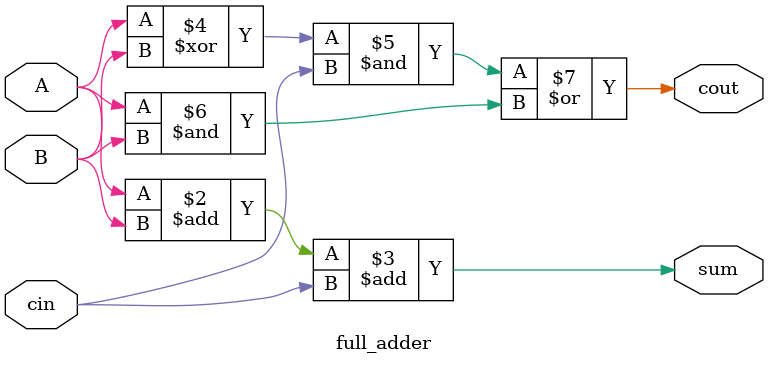
<source format=v>
module full_adder(output sum, output cout, input A, input B, input cin);
always @(A or B or  cin)
begin
    sum = A+B+cin;
    cout = ((A^B) & cin) | (A & B);
end
endmodule



</source>
